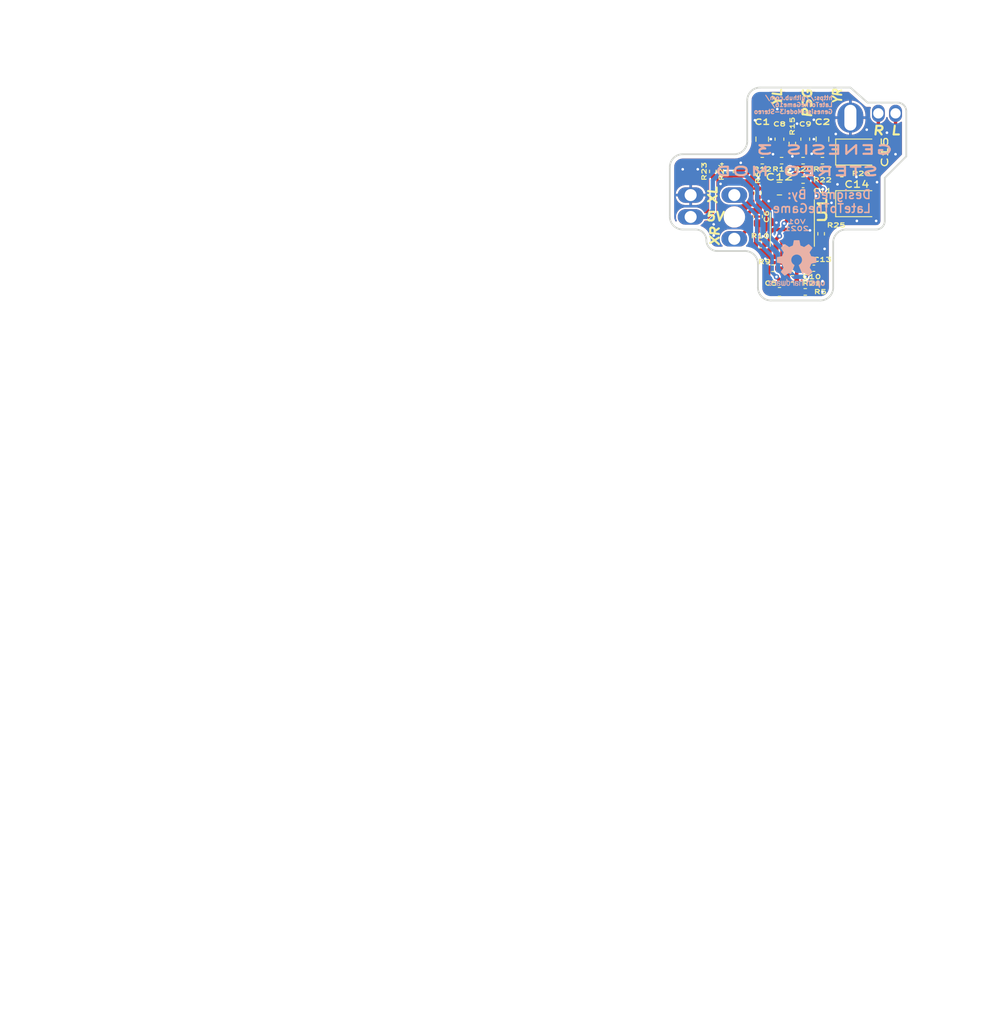
<source format=kicad_pcb>
(kicad_pcb (version 20211014) (generator pcbnew)
  (title_block (title "Audio Bypass Model 3") (date "2019-03-23") (rev "A") (company "Late To The Game") (comment 1 "https://github.com/LateToTheGame16/sega-triple-bypass") (comment 2 "Licensed under CERN OHL v.1.2"))
  (layers (0 "F.Cu" signal) (31 "B.Cu" mixed) (34 "B.Paste" user) (35 "F.Paste" user) (36 "B.SilkS" user "B.Silkscreen") (37 "F.SilkS" user "F.Silkscreen") (38 "B.Mask" user) (39 "F.Mask" user) (44 "Edge.Cuts" user))
  (net 0 "")
  (net 1 "GND")
  (net 2 "/SR")
  (net 3 "/SL")
  (net 4 "+5V")
  (net 5 "/Mega Amp/32X-RIGHT-IN")
  (net 6 "/Mega Amp/32X-LEFT-IN")
  (net 7 "/Mega Amp/YM-L")
  (net 8 "/Mega Amp/YM-R")
  (net 9 "/Mega Amp/L-CH")
  (net 10 "/Mega Amp/R-CH")
  (net 11 "Net-(C5-Pad2)")
  (net 12 "Net-(C6-Pad2)")
  (net 13 "/Mega Amp/2V5")
  (net 14 "Net-(C15-Pad1)")
  (net 15 "Net-(C14-Pad1)")
  (net 16 "Net-(C9-Pad2)")
  (net 17 "Net-(C8-Pad2)")
  (net 18 "/Mega Amp/PSG")
  (net 19 "Net-(C1-Pad2)")
  (net 20 "Net-(C2-Pad2)")
  (net 21 "/Mega Amp/L-OUT")
  (net 22 "/Mega Amp/R-OUT")
  (footprint "Connector_PinHeader_2.54mm:PinHeader_2x03_P2.54mm_Vertical" (layer "F.Cu") (at 120.46 90.5)
    (fp_text reference "P9" hide)
    (fp_text value "TP_50")
    (pad "" np_thru_hole circle (at 2.54 2.54) (size 2 2) (drill 2) (layers *.Cu *.Mask))
    (pad "1" thru_hole oval (at -2.54 0) (size 3 1.8) (drill 1.4) (layers *.Cu *.Mask) (net 1 "GND"))
    (pad "2" thru_hole oval (at 2.54 0) (size 3 1.8) (drill 1.4) (layers *.Cu *.Mask) (net 6 "/Mega Amp/32X-LEFT-IN"))
    (pad "3" thru_hole oval (at -2.54 2.54) (size 3 1.8) (drill 1.4) (layers *.Cu *.Mask) (net 4 "+5V"))
    (pad "6" thru_hole oval (at 2.54 5.08) (size 3 1.8) (drill 1.4) (layers *.Cu *.Mask) (net 5 "/Mega Amp/32X-RIGHT-IN"))
  )
  (footprint "TestPoint:TestPoint_Pad_1.5x1.5mm" (layer "F.Cu") (at 126.25 79.9)
    (fp_text reference "P7" hide)
    (fp_text value "TP_50")
    (pad "1" smd roundrect locked (at 0 0) (size 1.5 2.5) (layers "F.Cu" "F.Mask") (net 7 "/Mega Amp/YM-L"))
  )
  (footprint "TestPoint:TestPoint_Pad_1.5x1.5mm" (layer "F.Cu") (at 133.25 79.9)
    (fp_text reference "P8" hide)
    (fp_text value "TP_50")
    (pad "1" smd roundrect locked (at 0 0) (size 1.5 2.5) (layers "F.Cu" "F.Mask") (net 8 "/Mega Amp/YM-R"))
  )
  (footprint "Resistor_SMD:R_0402_1005Metric" (layer "F.Cu") (at 129.750007 84.500009 -90)
    (fp_text reference "R15" (at -2 0 90) (layer "F.SilkS") (effects (font (size 0.5 0.75) (thickness 0.125))))
    (fp_text value "2K2")
    (pad "1" smd roundrect locked (at -0.51 0 270) (size 0.54 0.64) (layers "F.Cu" "F.Paste" "F.Mask") (net 18 "/Mega Amp/PSG"))
    (pad "2" smd roundrect locked (at 0.51 0 270) (size 0.54 0.64) (layers "F.Cu" "F.Paste" "F.Mask") (net 1 "GND"))
  )
  (footprint "Resistor_SMD:R_0402_1005Metric" (layer "F.Cu") (at 131 86.5)
    (fp_text reference "R20" (at 0 1) (layer "F.SilkS") (effects (font (size 0.5 0.75) (thickness 0.125))))
    (fp_text value "210K")
    (pad "1" smd roundrect locked (at -0.51 0) (size 0.54 0.64) (layers "F.Cu" "F.Paste" "F.Mask") (net 16 "Net-(C9-Pad2)"))
    (pad "2" smd roundrect locked (at 0.51 0) (size 0.54 0.64) (layers "F.Cu" "F.Paste" "F.Mask") (net 10 "/Mega Amp/R-CH"))
  )
  (footprint "Resistor_SMD:R_0402_1005Metric" (layer "F.Cu") (at 128.5 86.5 180)
    (fp_text reference "R19" (at 0 -1) (layer "F.SilkS") (effects (font (size 0.5 0.75) (thickness 0.125))))
    (fp_text value "210K")
    (pad "1" smd roundrect locked (at -0.51 0 180) (size 0.54 0.64) (layers "F.Cu" "F.Paste" "F.Mask") (net 17 "Net-(C8-Pad2)"))
    (pad "2" smd roundrect locked (at 0.51 0 180) (size 0.54 0.64) (layers "F.Cu" "F.Paste" "F.Mask") (net 9 "/Mega Amp/L-CH"))
  )
  (footprint "Resistor_SMD:R_0402_1005Metric" (layer "F.Cu") (at 125.74999 90.25001 90)
    (fp_text reference "R6" (at 1.75 0 90) (layer "F.SilkS") (effects (font (size 0.5 0.75) (thickness 0.125))))
    (fp_text value "75R")
    (pad "1" smd roundrect locked (at -0.51 0 90) (size 0.54 0.64) (layers "F.Cu" "F.Paste" "F.Mask") (net 5 "/Mega Amp/32X-RIGHT-IN"))
    (pad "2" smd roundrect locked (at 0.51 0 90) (size 0.54 0.64) (layers "F.Cu" "F.Paste" "F.Mask") (net 1 "GND"))
  )
  (footprint "Resistor_SMD:R_0402_1005Metric" (layer "F.Cu") (at 126.25 86.5 180)
    (fp_text reference "R12" (at 0 -1) (layer "F.SilkS") (effects (font (size 0.5 0.75) (thickness 0.125))))
    (fp_text value "130K")
    (pad "1" smd roundrect locked (at -0.51 0 180) (size 0.54 0.64) (layers "F.Cu" "F.Paste" "F.Mask") (net 9 "/Mega Amp/L-CH"))
    (pad "2" smd roundrect locked (at 0.51 0 180) (size 0.54 0.64) (layers "F.Cu" "F.Paste" "F.Mask") (net 19 "Net-(C1-Pad2)"))
  )
  (footprint "Resistor_SMD:R_0402_1005Metric" (layer "F.Cu") (at 131.25 101.75)
    (fp_text reference "R5" (at 1.75 0) (layer "F.SilkS") (effects (font (size 0.5 0.75) (thickness 0.125))))
    (fp_text value "75R")
    (pad "1" smd roundrect locked (at -0.51 0) (size 0.54 0.64) (layers "F.Cu" "F.Paste" "F.Mask") (net 6 "/Mega Amp/32X-LEFT-IN"))
    (pad "2" smd roundrect locked (at 0.51 0) (size 0.54 0.64) (layers "F.Cu" "F.Paste" "F.Mask") (net 1 "GND"))
  )
  (footprint "Resistor_SMD:R_0402_1005Metric" (layer "F.Cu") (at 127.5 99)
    (fp_text reference "R9" (at -1 -0.75) (layer "F.SilkS") (effects (font (size 0.5 0.75) (thickness 0.125))))
    (fp_text value "210K")
    (pad "1" smd roundrect locked (at -0.51 0) (size 0.54 0.64) (layers "F.Cu" "F.Paste" "F.Mask") (net 11 "Net-(C5-Pad2)"))
    (pad "2" smd roundrect locked (at 0.51 0) (size 0.54 0.64) (layers "F.Cu" "F.Paste" "F.Mask") (net 9 "/Mega Amp/L-CH"))
  )
  (footprint "Resistor_SMD:R_0402_1005Metric" (layer "F.Cu") (at 133.25 86.5)
    (fp_text reference "R17" (at 0 1) (layer "F.SilkS") (effects (font (size 0.5 0.75) (thickness 0.125))))
    (fp_text value "130K")
    (pad "1" smd roundrect locked (at -0.51 0) (size 0.54 0.64) (layers "F.Cu" "F.Paste" "F.Mask") (net 10 "/Mega Amp/R-CH"))
    (pad "2" smd roundrect locked (at 0.51 0) (size 0.54 0.64) (layers "F.Cu" "F.Paste" "F.Mask") (net 20 "Net-(C2-Pad2)"))
  )
  (footprint "Capacitor_SMD:C_0805_2012Metric" (layer "F.Cu") (at 126.25 84 -90)
    (fp_text reference "C1" (at -2 0) (layer "F.SilkS") (effects (font (size 0.625 0.9375) (thickness 0.15625))))
    (fp_text value "10uF")
    (pad "1" smd roundrect locked (at -0.95 0 270) (size 1 1.45) (layers "F.Cu" "F.Paste" "F.Mask") (net 7 "/Mega Amp/YM-L"))
    (pad "2" smd roundrect locked (at 0.95 0 270) (size 1 1.45) (layers "F.Cu" "F.Paste" "F.Mask") (net 19 "Net-(C1-Pad2)"))
  )
  (footprint "Capacitor_SMD:C_0805_2012Metric" (layer "F.Cu") (at 133.25 84 -90)
    (fp_text reference "C2" (at -2 0) (layer "F.SilkS") (effects (font (size 0.625 0.9375) (thickness 0.15625))))
    (fp_text value "10uF")
    (pad "1" smd roundrect locked (at -0.95 0 270) (size 1 1.45) (layers "F.Cu" "F.Paste" "F.Mask") (net 8 "/Mega Amp/YM-R"))
    (pad "2" smd roundrect locked (at 0.95 0 270) (size 1 1.45) (layers "F.Cu" "F.Paste" "F.Mask") (net 20 "Net-(C2-Pad2)"))
  )
  (footprint "Capacitor_SMD:C_0603_1608Metric" (layer "F.Cu") (at 125.75 93 -90)
    (fp_text reference "C6" (at 0 -1 90) (layer "F.SilkS") (effects (font (size 0.5 0.75) (thickness 0.125))))
    (fp_text value "1uF")
    (pad "1" smd roundrect locked (at -0.775 0 270) (size 0.9 0.95) (layers "F.Cu" "F.Paste" "F.Mask") (net 5 "/Mega Amp/32X-RIGHT-IN"))
    (pad "2" smd roundrect locked (at 0.775 0 270) (size 0.9 0.95) (layers "F.Cu" "F.Paste" "F.Mask") (net 12 "Net-(C6-Pad2)"))
  )
  (footprint "Capacitor_SMD:C_0603_1608Metric" (layer "F.Cu") (at 128.25001 84.00001 -90)
    (fp_text reference "C8" (at -1.75 0 180) (layer "F.SilkS") (effects (font (size 0.5 0.75) (thickness 0.125))))
    (fp_text value "1uF")
    (pad "1" smd roundrect locked (at -0.775 0 270) (size 0.9 0.95) (layers "F.Cu" "F.Paste" "F.Mask") (net 18 "/Mega Amp/PSG"))
    (pad "2" smd roundrect locked (at 0.775 0 270) (size 0.9 0.95) (layers "F.Cu" "F.Paste" "F.Mask") (net 17 "Net-(C8-Pad2)"))
  )
  (footprint "Capacitor_SMD:C_0603_1608Metric" (layer "F.Cu") (at 128.25 101.75 180)
    (fp_text reference "C5" (at 1 1 180) (layer "F.SilkS") (effects (font (size 0.5 0.75) (thickness 0.125))))
    (fp_text value "1uF")
    (pad "1" smd roundrect locked (at -0.775 0 180) (size 0.9 0.95) (layers "F.Cu" "F.Paste" "F.Mask") (net 6 "/Mega Amp/32X-LEFT-IN"))
    (pad "2" smd roundrect locked (at 0.775 0 180) (size 0.9 0.95) (layers "F.Cu" "F.Paste" "F.Mask") (net 11 "Net-(C5-Pad2)"))
  )
  (footprint "Capacitor_SMD:C_0603_1608Metric" (layer "F.Cu") (at 131.25 84 -90)
    (fp_text reference "C9" (at -1.75 0 180) (layer "F.SilkS") (effects (font (size 0.5 0.75) (thickness 0.125))))
    (fp_text value "1uF")
    (pad "1" smd roundrect locked (at -0.775 0 270) (size 0.9 0.95) (layers "F.Cu" "F.Paste" "F.Mask") (net 18 "/Mega Amp/PSG"))
    (pad "2" smd roundrect locked (at 0.775 0 270) (size 0.9 0.95) (layers "F.Cu" "F.Paste" "F.Mask") (net 16 "Net-(C9-Pad2)"))
  )
  (footprint "TestPoint:TestPoint_Pad_1.5x1.5mm" (layer "F.Cu") (at 129.75 79.9)
    (fp_text reference "P13" hide)
    (fp_text value "TP_50")
    (pad "1" smd roundrect locked (at 0 0) (size 1.5 2.5) (layers "F.Cu" "F.Mask") (net 18 "/Mega Amp/PSG"))
  )
  (footprint "Resistor_SMD:R_0402_1005Metric" (layer "F.Cu") (at 131 88.75)
    (fp_text reference "R22" (at 2.25 0) (layer "F.SilkS") (effects (font (size 0.5 0.75) (thickness 0.125))))
    (fp_text value "300K")
    (pad "1" smd roundrect locked (at -0.51 0) (size 0.54 0.64) (layers "F.Cu" "F.Paste" "F.Mask") (net 10 "/Mega Amp/R-CH"))
    (pad "2" smd roundrect locked (at 0.51 0) (size 0.54 0.64) (layers "F.Cu" "F.Paste" "F.Mask") (net 22 "/Mega Amp/R-OUT"))
  )
  (footprint "Resistor_SMD:R_0402_1005Metric" (layer "F.Cu") (at 133.1 95 90)
    (fp_text reference "R25" (at 1 1.75 180) (layer "F.SilkS") (effects (font (size 0.5 0.75) (thickness 0.125))))
    (fp_text value "330R")
    (pad "1" smd roundrect locked (at -0.51 0 90) (size 0.54 0.64) (layers "F.Cu" "F.Paste" "F.Mask") (net 21 "/Mega Amp/L-OUT"))
    (pad "2" smd roundrect locked (at 0.51 0 90) (size 0.54 0.64) (layers "F.Cu" "F.Paste" "F.Mask") (net 15 "Net-(C14-Pad1)"))
  )
  (footprint "Resistor_SMD:R_0402_1005Metric" (layer "F.Cu") (at 122.5 87.75 90)
    (fp_text reference "R24" (at 0 -1 90) (layer "F.SilkS") (effects (font (size 0.5 0.75) (thickness 0.125))))
    (fp_text value "10K")
    (pad "1" smd roundrect locked (at -0.51 0 90) (size 0.54 0.64) (layers "F.Cu" "F.Paste" "F.Mask") (net 13 "/Mega Amp/2V5"))
    (pad "2" smd roundrect locked (at 0.51 0 90) (size 0.54 0.64) (layers "F.Cu" "F.Paste" "F.Mask") (net 1 "GND"))
  )
  (footprint "Resistor_SMD:R_0402_1005Metric" (layer "F.Cu") (at 120.5 87.75 90)
    (fp_text reference "R23" (at 0 -1 90) (layer "F.SilkS") (effects (font (size 0.5 0.75) (thickness 0.125))))
    (fp_text value "10K")
    (pad "1" smd roundrect locked (at -0.51 0 90) (size 0.54 0.64) (layers "F.Cu" "F.Paste" "F.Mask") (net 4 "+5V"))
    (pad "2" smd roundrect locked (at 0.51 0 90) (size 0.54 0.64) (layers "F.Cu" "F.Paste" "F.Mask") (net 13 "/Mega Amp/2V5"))
  )
  (footprint "Capacitor_SMD:C_0402_1005Metric" (layer "F.Cu") (at 131 90)
    (fp_text reference "C11" (at 2.25 0) (layer "F.SilkS") (effects (font (size 0.5 0.75) (thickness 0.125))))
    (fp_text value "150pF")
    (pad "1" smd roundrect locked (at -0.48 0) (size 0.56 0.62) (layers "F.Cu" "F.Paste" "F.Mask") (net 10 "/Mega Amp/R-CH"))
    (pad "2" smd roundrect locked (at 0.48 0) (size 0.56 0.62) (layers "F.Cu" "F.Paste" "F.Mask") (net 22 "/Mega Amp/R-OUT"))
  )
  (footprint "Capacitor_SMD:C_0402_1005Metric" (layer "F.Cu") (at 129.75 99)
    (fp_text reference "C10" (at 2.25 1 180) (layer "F.SilkS") (effects (font (size 0.5 0.75) (thickness 0.125))))
    (fp_text value "150pF")
    (pad "1" smd roundrect locked (at -0.48 0) (size 0.56 0.62) (layers "F.Cu" "F.Paste" "F.Mask") (net 9 "/Mega Amp/L-CH"))
    (pad "2" smd roundrect locked (at 0.48 0) (size 0.56 0.62) (layers "F.Cu" "F.Paste" "F.Mask") (net 21 "/Mega Amp/L-OUT"))
  )
  (footprint "Resistor_SMD:R_0402_1005Metric" (layer "F.Cu") (at 129.75 100.25)
    (fp_text reference "R21" (at 2.25 0.5) (layer "F.SilkS") (effects (font (size 0.5 0.75) (thickness 0.125))))
    (fp_text value "300K")
    (pad "1" smd roundrect locked (at -0.51 0) (size 0.54 0.64) (layers "F.Cu" "F.Paste" "F.Mask") (net 9 "/Mega Amp/L-CH"))
    (pad "2" smd roundrect locked (at 0.51 0) (size 0.54 0.64) (layers "F.Cu" "F.Paste" "F.Mask") (net 21 "/Mega Amp/L-OUT"))
  )
  (footprint "Capacitor_SMD:C_0402_1005Metric" (layer "F.Cu") (at 132.250002 99.000005)
    (fp_text reference "C13" (at 1 -1 180) (layer "F.SilkS") (effects (font (size 0.5 0.75) (thickness 0.125))))
    (fp_text value "0.1uF")
    (pad "1" smd roundrect locked (at -0.48 0) (size 0.56 0.62) (layers "F.Cu" "F.Paste" "F.Mask") (net 4 "+5V"))
    (pad "2" smd roundrect locked (at 0.48 0) (size 0.56 0.62) (layers "F.Cu" "F.Paste" "F.Mask") (net 1 "GND"))
  )
  (footprint "Package_SO:SOIC-8_3.9x4.9mm_P1.27mm" (layer "F.Cu") (at 129.750007 94.499989 -90)
    (fp_text reference "U1" (at -2.25 -3.5 -90) (layer "F.SilkS") (effects (font (size 1 1.5) (thickness 0.25))))
    (fp_text value "TL972IDR")
    (pad "1" smd roundrect locked (at -2.475 -1.905 270) (size 1.95 0.6) (layers "F.Cu" "F.Paste" "F.Mask") (net 22 "/Mega Amp/R-OUT"))
    (pad "2" smd roundrect locked (at -2.475 -0.635 270) (size 1.95 0.6) (layers "F.Cu" "F.Paste" "F.Mask") (net 10 "/Mega Amp/R-CH"))
    (pad "3" smd roundrect locked (at -2.475 0.635 270) (size 1.95 0.6) (layers "F.Cu" "F.Paste" "F.Mask") (net 13 "/Mega Amp/2V5"))
    (pad "4" smd roundrect locked (at -2.475 1.905 270) (size 1.95 0.6) (layers "F.Cu" "F.Paste" "F.Mask") (net 1 "GND"))
    (pad "5" smd roundrect locked (at 2.475 1.905 270) (size 1.95 0.6) (layers "F.Cu" "F.Paste" "F.Mask") (net 13 "/Mega Amp/2V5"))
    (pad "6" smd roundrect locked (at 2.475 0.635 270) (size 1.95 0.6) (layers "F.Cu" "F.Paste" "F.Mask") (net 9 "/Mega Amp/L-CH"))
    (pad "7" smd roundrect locked (at 2.475 -0.635 270) (size 1.95 0.6) (layers "F.Cu" "F.Paste" "F.Mask") (net 21 "/Mega Amp/L-OUT"))
    (pad "8" smd roundrect locked (at 2.475 -1.905 270) (size 1.95 0.6) (layers "F.Cu" "F.Paste" "F.Mask") (net 4 "+5V"))
  )
  (footprint "Capacitor_SMD:C_0805_2012Metric" (layer "F.Cu") (at 128.25001 89.750011)
    (fp_text reference "C12" (at 0 -1.35 180) (layer "F.SilkS") (effects (font (size 0.75 1.125))))
    (fp_text value "10uF")
    (pad "1" smd roundrect locked (at -0.95 0) (size 1 1.45) (layers "F.Cu" "F.Paste" "F.Mask") (net 1 "GND"))
    (pad "2" smd roundrect locked (at 0.95 0) (size 1 1.45) (layers "F.Cu" "F.Paste" "F.Mask") (net 13 "/Mega Amp/2V5"))
  )
  (footprint "Capacitor_Tantalum_SMD:CP_EIA-3528-21_Kemet-B" (layer "F.Cu") (at 137.25 91.5)
    (fp_text reference "C14" (at 0 -2.25 180) (layer "F.SilkS") (effects (font (size 0.75 1))))
    (fp_text value "47uF")
    (pad "1" smd roundrect locked (at -1.5375 0) (size 1.325 2.35) (layers "F.Cu" "F.Paste" "F.Mask") (roundrect_rratio 0.1886792453) (net 15 "Net-(C14-Pad1)"))
    (pad "2" smd roundrect locked (at 1.5375 0) (size 1.325 2.35) (layers "F.Cu" "F.Paste" "F.Mask") (roundrect_rratio 0.1886792453) (net 3 "/SL"))
  )
  (footprint "Resistor_SMD:R_0402_1005Metric" (layer "F.Cu") (at 135.5 88)
    (fp_text reference "R26" (at 2.25 0) (layer "F.SilkS") (effects (font (size 0.5 0.75) (thickness 0.125))))
    (fp_text value "330R")
    (pad "1" smd roundrect locked (at -0.51 0) (size 0.54 0.64) (layers "F.Cu" "F.Paste" "F.Mask") (net 22 "/Mega Amp/R-OUT"))
    (pad "2" smd roundrect locked (at 0.51 0) (size 0.54 0.64) (layers "F.Cu" "F.Paste" "F.Mask") (net 14 "Net-(C15-Pad1)"))
  )
  (footprint "Capacitor_Tantalum_SMD:CP_EIA-3528-21_Kemet-B" (layer "F.Cu") (at 137.249992 85.500007)
    (fp_text reference "C15" (at 3.25 0 270) (layer "F.SilkS") (effects (font (size 0.75 1.25))))
    (fp_text value "47uF")
    (pad "1" smd roundrect locked (at -1.5375 0) (size 1.325 2.35) (layers "F.Cu" "F.Paste" "F.Mask") (roundrect_rratio 0.1886792453) (net 14 "Net-(C15-Pad1)"))
    (pad "2" smd roundrect locked (at 1.5375 0) (size 1.325 2.35) (layers "F.Cu" "F.Paste" "F.Mask") (roundrect_rratio 0.1886792453) (net 2 "/SR"))
  )
  (footprint "Resistor_SMD:R_0402_1005Metric" (layer "F.Cu") (at 126 96.25)
    (fp_text reference "R10" (at 0 -1) (layer "F.SilkS") (effects (font (size 0.5 0.75) (thickness 0.125))))
    (fp_text value "210K")
    (pad "1" smd roundrect locked (at -0.51 0) (size 0.54 0.64) (layers "F.Cu" "F.Paste" "F.Mask") (net 12 "Net-(C6-Pad2)"))
    (pad "2" smd roundrect locked (at 0.51 0) (size 0.54 0.64) (layers "F.Cu" "F.Paste" "F.Mask") (net 10 "/Mega Amp/R-CH"))
  )
  (footprint "footprints:MiniDIN_TCS7913-43" (layer "B.Cu") (at 143.75 70 180)
    (fp_text reference "J1")
    (fp_text value "TCS7913-43")
    (pad "8" thru_hole oval locked (at 2 -11 180) (size 1.5 2) (drill 1.2) (layers *.Cu *.Mask) (net 3 "/SL"))
    (pad "9" thru_hole oval locked (at 4 -11 180) (size 1.5 2) (drill 1.2) (layers *.Cu *.Mask) (net 2 "/SR"))
    (pad "SH" thru_hole oval locked (at 7.25 -11.5 180) (size 3 3.5) (drill oval 1.4 3) (layers *.Cu *.Mask) (net 1 "GND"))
  )
  (footprint "Symbol:OSHW-Logo2_7.3x6mm_SilkScreen" (layer "B.Cu") (at 130.25 98.5 180)
    (fp_text reference "LOGO1" hide)
    (fp_text value "Logo_Open_Hardware_Small" hide)
  )
  (gr_line (start 124.5 84.25) (end 124.5 79.5) (layer "Edge.Cuts") (width 0.2032))
  (gr_arc (start 124.5 79.5) (mid 124.93934 78.43934) (end 126 78) (layer "Edge.Cuts") (width 0.2032))
  (gr_arc (start 124.5 84.25) (mid 124.06066 85.31066) (end 123 85.75) (layer "Edge.Cuts") (width 0.2032))
  (gr_arc (start 115.5 87.25) (mid 115.93934 86.18934) (end 117 85.75) (layer "Edge.Cuts") (width 0.2032))
  (gr_arc (start 117 94.5) (mid 115.93934 94.06066) (end 115.5 93) (layer "Edge.Cuts") (width 0.2032))
  (gr_arc (start 124.25 97) (mid 125.31066 97.43934) (end 125.75 98.5) (layer "Edge.Cuts") (width 0.2032))
  (gr_arc (start 127.25 102.75) (mid 126.18934 102.31066) (end 125.75 101.25) (layer "Edge.Cuts") (width 0.2032))
  (gr_line (start 124.25 97) (end 121 97) (layer "Edge.Cuts") (width 0.2032))
  (gr_line (start 125.75 101.25) (end 125.75 98.5) (layer "Edge.Cuts") (width 0.2032))
  (gr_line (start 127.25 102.75) (end 133 102.75) (layer "Edge.Cuts") (width 0.2032))
  (gr_arc (start 134.5 96) (mid 134.93934 94.93934) (end 136 94.5) (layer "Edge.Cuts") (width 0.2032))
  (gr_arc (start 140.5 93.5) (mid 140.207107 94.207107) (end 139.5 94.5) (layer "Edge.Cuts") (width 0.2032))
  (gr_line (start 139.5 94.5) (end 136 94.5) (layer "Edge.Cuts") (width 0.2032))
  (gr_arc (start 121 97) (mid 120.116117 96.633883) (end 119.75 95.75) (layer "Edge.Cuts") (width 0.2032))
  (gr_arc (start 118.5 94.5) (mid 119.383883 94.866117) (end 119.75 95.75) (layer "Edge.Cuts") (width 0.2032))
  (gr_line (start 117 94.5) (end 118.5 94.5) (layer "Edge.Cuts") (width 0.2032))
  (gr_arc (start 142 79.75) (mid 142.707107 80.042893) (end 143 80.75) (layer "Edge.Cuts") (width 0.2032))
  (gr_line (start 143 86) (end 140.5 88.5) (layer "Edge.Cuts") (width 0.2032))
  (gr_line (start 143 86) (end 143 80.75) (layer "Edge.Cuts") (width 0.2032))
  (gr_line (start 136.5 78) (end 126 78) (layer "Edge.Cuts") (width 0.2032))
  (gr_line (start 140.5 93.5) (end 140.5 88.5) (layer "Edge.Cuts") (width 0.2032))
  (gr_line (start 115.5 87.25) (end 115.5 93) (layer "Edge.Cuts") (width 0.2032))
  (gr_arc (start 134.5 101.25) (mid 134.06066 102.31066) (end 133 102.75) (layer "Edge.Cuts") (width 0.2032))
  (gr_line (start 123 85.75) (end 117 85.75) (layer "Edge.Cuts") (width 0.2032))
  (gr_line (start 138.5 79.75) (end 142 79.75) (layer "Edge.Cuts") (width 0.2032))
  (gr_line (start 134.5 101.25) (end 134.5 96) (layer "Edge.Cuts") (width 0.2032))
  (gr_line (start 138.5 79.75) (end 136.5 78) (layer "Edge.Cuts") (width 0.2032))
  (gr_text "GENESIS 3" (at 133.5 85.25) (layer "B.SilkS") (effects (font (size 1 2) (thickness 0.25)) (justify mirror)))
  (gr_text "V01\n2021" (at 130.25 94) (layer "B.SilkS") (effects (font (size 0.5 0.75) (thickness 0.125)) (justify mirror)))
  (gr_text "STEREO MOD" (at 130.25 87.75) (layer "B.SilkS") (effects (font (size 1 2) (thickness 0.25)) (justify mirror)))
  (gr_text "Designed By:\nLateToTheGame" (at 139 91.25) (layer "B.SilkS") (effects (font (size 1 1) (thickness 0.175)) (justify left mirror)))
  (gr_text "https://github.com/\nLateToTheGame16/\nGenesis-Model3-Stereo" (at 134.5 80) (layer "B.SilkS") (effects (font (size 0.5 0.5) (thickness 0.125)) (justify left mirror)))
  (gr_text "PSG" (at 131.5 78 90) (layer "F.SilkS") (effects (font (size 1 1.125) (thickness 0.25) italic) (justify right)))
  (gr_text "YR" (at 135 78 90) (layer "F.SilkS") (effects (font (size 1 0.9) (thickness 0.225) italic) (justify right)))
  (gr_text "YL" (at 128 78 90) (layer "F.SilkS") (effects (font (size 1 1.125) (thickness 0.25) italic) (justify right)))
  (gr_text "5V" (at 120.75 93) (layer "F.SilkS") (effects (font (size 1 1.125) (thickness 0.25) italic)))
  (gr_text "L" (at 141.75 83) (layer "F.SilkS") (effects (font (size 1 1.25) (thickness 0.25) italic)))
  (gr_text "XL" (at 120.5 90.5 90) (layer "F.SilkS") (effects (font (size 1 1.125) (thickness 0.25) italic)))
  (gr_text "R" (at 139.75 83) (layer "F.SilkS") (effects (font (size 1 1.25) (thickness 0.25) italic)))
  (gr_text "XR" (at 120.75 95.25 90) (layer "F.SilkS") (effects (font (size 1 1.125) (thickness 0.25) italic)))
  (via (at 126.3107 95.3) (size 0.6096) (drill 0.3048) (layers "F.Cu" "B.Cu") (net 1))
  (via (at 125.4 81.8) (size 0.6096) (drill 0.3048) (layers "F.Cu" "B.Cu") (net 1))
  (via (at 140.75 83.25) (size 0.6096) (drill 0.3048) (layers "F.Cu" "B.Cu") (net 1))
  (via (at 137.2 88.4) (size 0.6096) (drill 0.3048) (layers "F.Cu" "B.Cu") (net 1))
  (via (at 127.5 85.75) (size 0.6096) (drill 0.3048) (layers "F.Cu" "B.Cu") (net 1))
  (via (at 132 85.7) (size 0.6096) (drill 0.3048) (layers "F.Cu" "B.Cu") (net 1))
  (via (at 120.6 93.9) (size 0.6096) (drill 0.3048) (layers "F.Cu" "B.Cu") (net 1))
  (via (at 117 87.5) (size 0.6096) (drill 0.3048) (layers "F.Cu" "B.Cu") (net 1))
  (via (at 125.8 88.499998) (size 0.6096) (drill 0.3048) (layers "F.Cu" "B.Cu") (net 1))
  (via (at 131.8 94.6) (size 0.6096) (drill 0.3048) (layers "F.Cu" "B.Cu") (net 1))
  (via (at 137.25 93.5) (size 0.6096) (drill 0.3048) (layers "F.Cu" "B.Cu") (net 1))
  (via (at 133.25 101.75) (size 0.6096) (drill 0.3048) (layers "F.Cu" "B.Cu") (net 1))
  (via (at 123.75 86.75) (size 0.6096) (drill 0.3048) (layers "F.Cu" "B.Cu") (net 1))
  (via (at 134.8 83.4) (size 0.6096) (drill 0.3048) (layers "F.Cu" "B.Cu") (net 1))
  (via (at 135 89.25) (size 0.6096) (drill 0.3048) (layers "F.Cu" "B.Cu") (net 1))
  (via (at 118.75 87.5) (size 0.6096) (drill 0.3048) (layers "F.Cu" "B.Cu") (net 1))
  (via (at 129.75 86) (size 0.6096) (drill 0.3048) (layers "F.Cu" "B.Cu") (net 1))
  (via (at 127.25 84) (size 0.6096) (drill 0.3048) (layers "F.Cu" "B.Cu") (net 1))
  (via (at 128 80.5) (size 0.6096) (drill 0.3048) (layers "F.Cu" "B.Cu") (net 1))
  (via (at 133.5 96.75) (size 0.6096) (drill 0.3048) (layers "F.Cu" "B.Cu") (net 1))
  (via (at 132.5 90.6) (size 0.6096) (drill 0.3048) (layers "F.Cu" "B.Cu") (net 1))
  (via (at 138.4 82.9) (size 0.6096) (drill 0.3048) (layers "F.Cu" "B.Cu") (net 1))
  (via (at 139.6 89) (size 0.6096) (drill 0.3048) (layers "F.Cu" "B.Cu") (net 1))
  (via (at 126.6 97.9) (size 0.6096) (drill 0.3048) (layers "F.Cu" "B.Cu") (net 1))
  (via (at 132.25 84) (size 0.6096) (drill 0.3048) (layers "F.Cu" "B.Cu") (net 1))
  (via (at 130.3 82.2) (size 0.6096) (drill 0.3048) (layers "F.Cu" "B.Cu") (net 1))
  (via (at 127.9 93.7) (size 0.6096) (drill 0.3048) (layers "F.Cu" "B.Cu") (net 1))
  (via (at 132.25 81.75) (size 0.6096) (drill 0.3048) (layers "F.Cu" "B.Cu") (net 1))
  (via (at 120.6 95.2) (size 0.6096) (drill 0.3048) (layers "F.Cu" "B.Cu") (net 1))
  (via (at 134.3 91.4) (size 0.6096) (drill 0.3048) (layers "F.Cu" "B.Cu") (net 1))
  (via (at 121.4 89.2) (size 0.6096) (drill 0.3048) (layers "F.Cu" "B.Cu") (net 1))
  (via (at 141.75 85.75) (size 0.6096) (drill 0.3048) (layers "F.Cu" "B.Cu") (net 1))
  (via (at 127 91.2) (size 0.6096) (drill 0.3048) (layers "F.Cu" "B.Cu") (net 1))
  (via (at 139.5 93.5) (size 0.6096) (drill 0.3048) (layers "F.Cu" "B.Cu") (net 1))
  (via (at 133.25 100.5) (size 0.6096) (drill 0.3048) (layers "F.Cu" "B.Cu") (net 1))
  (segment (start 138.7875 83.7125) (end 138.7875 85.5) (width 0.4064) (layer "F.Cu") (net 2))
  (segment (start 139.75 81) (end 139.75 82.75) (width 0.4064) (layer "F.Cu") (net 2))
  (segment (start 139.75 82.75) (end 138.7875 83.7125) (width 0.4064) (layer "F.Cu") (net 2))
  (segment (start 138.7875 88.4125) (end 138.7875 91.5) (width 0.4064) (layer "F.Cu") (net 3))
  (segment (start 140.75 85.25) (end 140.75 86.45) (width 0.4064) (layer "F.Cu") (net 3))
  (segment (start 140.75 86.45) (end 138.7875 88.4125) (width 0.4064) (layer "F.Cu") (net 3))
  (segment (start 141.75 84.25) (end 140.75 85.25) (width 0.4064) (layer "F.Cu") (net 3))
  (segment (start 141.75 81) (end 141.75 84.25) (width 0.4064) (layer "F.Cu") (net 3))
  (segment (start 131.655 96.975) (end 131.655 98.405) (width 0.4064) (layer "F.Cu") (net 4))
  (segment (start 131.655 98.405) (end 131.77 98.52) (width 0.4064) (layer "F.Cu") (net 4))
  (segment (start 119.96 93.04) (end 117.92 93.04) (width 0.4064) (layer "F.Cu") (net 4))
  (segment (start 120.5 88.26) (end 120.5 92.5) (width 0.4064) (layer "F.Cu") (net 4))
  (segment (start 120.5 92.5) (end 119.96 93.04) (width 0.4064) (layer "F.Cu") (net 4))
  (segment (start 131.77 99) (end 131.77 99.48) (width 0.4064) (layer "F.Cu") (net 4))
  (segment (start 131.77 99.48) (end 131.25 100) (width 0.4064) (layer "F.Cu") (net 4))
  (segment (start 131.77 98.52) (end 131.77 99) (width 0.4064) (layer "F.Cu") (net 4))
  (via (at 131.25 100) (size 0.6096) (drill 0.3048) (layers "F.Cu" "B.Cu") (net 4))
  (segment (start 128.6 96.80221) (end 128.8 97.00221) (width 0.508) (layer "B.Cu") (net 4))
  (segment (start 128.8 97.00221) (end 128.8 98.8) (width 0.508) (layer "B.Cu") (net 4))
  (segment (start 120.5 92.25) (end 120.5 88.8) (width 0.508) (layer "B.Cu") (net 4))
  (segment (start 120.5 88.8) (end 121.3 88) (width 0.508) (layer "B.Cu") (net 4))
  (segment (start 128.8 98.8) (end 130 100) (width 0.508) (layer "B.Cu") (net 4))
  (segment (start 121.3 88) (end 124.1 88) (width 0.508) (layer "B.Cu") (net 4))
  (segment (start 127.1 95.3) (end 128.601105 96.801105) (width 0.508) (layer "B.Cu") (net 4))
  (segment (start 125.65 89.55) (end 125.65 91.05) (width 0.508) (layer "B.Cu") (net 4))
  (segment (start 128.601105 96.801105) (end 128.6 96.80221) (width 0.3048) (layer "B.Cu") (net 4))
  (segment (start 119.71 93.04) (end 120.5 92.25) (width 0.508) (layer "B.Cu") (net 4))
  (segment (start 124.1 88) (end 125.65 89.55) (width 0.508) (layer "B.Cu") (net 4))
  (segment (start 130 100) (end 131.25 100) (width 0.508) (layer "B.Cu") (net 4))
  (segment (start 117.92 93.04) (end 119.71 93.04) (width 0.508) (layer "B.Cu") (net 4))
  (segment (start 125.65 91.05) (end 127.1 92.5) (width 0.508) (layer "B.Cu") (net 4))
  (segment (start 127.1 92.5) (end 127.1 95.3) (width 0.508) (layer "B.Cu") (net 4))
  (segment (start 125.75 92.225) (end 125.025 92.225) (width 0.4064) (layer "F.Cu") (net 5))
  (segment (start 125.75 92.225) (end 125.75 90.76) (width 0.4064) (layer "F.Cu") (net 5))
  (segment (start 124.7 92.55) (end 124.7 94.3) (width 0.4064) (layer "F.Cu") (net 5))
  (segment (start 123.42 95.58) (end 124.7 94.3) (width 0.4064) (layer "F.Cu") (net 5))
  (segment (start 125.025 92.225) (end 124.7 92.55) (width 0.4064) (layer "F.Cu") (net 5))
  (segment (start 127.9 100) (end 128.2 100.3) (width 0.4064) (layer "F.Cu") (net 6))
  (segment (start 128.2 100.9) (end 129.025 101.725) (width 0.4064) (layer "F.Cu") (net 6))
  (segment (start 128.2 100.3) (end 128.2 100.9) (width 0.4064) (layer "F.Cu") (net 6))
  (segment (start 130.74 101.75) (end 129.025 101.75) (width 0.4064) (layer "F.Cu") (net 6))
  (via (at 127.9 100) (size 0.6096) (drill 0.3048) (layers "F.Cu" "B.Cu") (net 6))
  (segment (start 127.4 97.65) (end 125.6 95.85) (width 0.4064) (layer "B.Cu") (net 6))
  (segment (start 127.4 99.5) (end 127.4 97.65) (width 0.4064) (layer "B.Cu") (net 6))
  (segment (start 123.25 90.5) (end 123 90.5) (width 0.4064) (layer "B.Cu") (net 6))
  (segment (start 125.6 92.85) (end 123.25 90.5) (width 0.4064) (layer "B.Cu") (net 6))
  (segment (start 125.6 95.85) (end 125.6 92.85) (width 0.4064) (layer "B.Cu") (net 6))
  (segment (start 127.9 100) (end 127.4 99.5) (width 0.4064) (layer "B.Cu") (net 6))
  (segment (start 126.25 79.9) (end 126.25 83.05) (width 0.4064) (layer "F.Cu") (net 7))
  (segment (start 133.25 83.05) (end 133.25 80) (width 0.4064) (layer "F.Cu") (net 8))
  (segment (start 133.3 92.3) (end 133.3 89.8) (width 0.4064) (layer "F.Cu") (net 9))
  (segment (start 129.115 95.562394) (end 129.388697 95.288697) (width 0.4064) (layer "F.Cu") (net 9))
  (segment (start 127.99 86.5) (end 126.76 86.5) (width 0.4064) (layer "F.Cu") (net 9))
  (segment (start 129.115 96.975) (end 129.115 95.562394) (width 0.4064) (layer "F.Cu") (net 9))
  (segment (start 127.99 86.5) (end 127.99 86.99) (width 0.4064) (layer "F.Cu") (net 9))
  (segment (start 129.388697 95.288697) (end 129.75 95.288697) (width 0.4064) (layer "F.Cu") (net 9))
  (segment (start 129.27 98.54) (end 129.115 98.385) (width 0.4064) (layer "F.Cu") (net 9))
  (segment (start 129.27 99) (end 128.01 99) (width 0.4064) (layer "F.Cu") (net 9))
  (segment (start 129.75 95.288697) (end 131.538697 93.5) (width 0.4064) (layer "F.Cu") (net 9))
  (segment (start 128.5 87.5) (end 129.5 87.5) (width 0.4064) (layer "F.Cu") (net 9))
  (segment (start 129.27 99) (end 129.27 98.54) (width 0.4064) (layer "F.Cu") (net 9))
  (segment (start 133.3 92.4) (end 133.3 92.3) (width 0.3048) (layer "F.Cu") (net 9))
  (segment (start 132.2 93.5) (end 133.3 92.4) (width 0.4064) (layer "F.Cu") (net 9))
  (segment (start 131.538697 93.5) (end 132.2 93.5) (width 0.4064) (layer "F.Cu") (net 9))
  (segment (start 127.99 86.99) (end 128.5 87.5) (width 0.4064) (layer "F.Cu") (net 9))
  (segment (start 129.24 100.25) (end 129.24 99.03) (width 0.4064) (layer "F.Cu") (net 9))
  (segment (start 129.115 96.975) (end 129.115 98.385) (width 0.4064) (layer "F.Cu") (net 9))
  (via (at 133.3 89.8) (size 0.6096) (drill 0.3048) (layers "F.Cu" "B.Cu") (net 9))
  (via (at 129.5 87.5) (size 0.6096) (drill 0.3048) (layers "F.Cu" "B.Cu") (net 9))
  (segment (start 129.5 87.5) (end 131 87.5) (width 0.4064) (layer "B.Cu") (net 9))
  (segment (start 131 87.5) (end 133.3 89.8) (width 0.4064) (layer "B.Cu") (net 9))
  (segment (start 130.49 88.75) (end 130.49 88.26) (width 0.4064) (layer "F.Cu") (net 10))
  (segment (start 126.51 96.25) (end 127.1 95.66) (width 0.4064) (layer "F.Cu") (net 10))
  (segment (start 130.385 93.515) (end 130.385 92.025) (width 0.4064) (layer "F.Cu") (net 10))
  (segment (start 130.49 88.26) (end 131.51 87.24) (width 0.4064) (layer "F.Cu") (net 10))
  (segment (start 130.52 90.48) (end 130.385 90.615) (width 0.4064) (layer "F.Cu") (net 10))
  (segment (start 129.4 94.5) (end 130.385 93.515) (width 0.4064) (layer "F.Cu") (net 10))
  (segment (start 130.52 90) (end 130.52 90.48) (width 0.4064) (layer "F.Cu") (net 10))
  (segment (start 127.1 94.94242) (end 127.54242 94.5) (width 0.4064) (layer "F.Cu") (net 10))
  (segment (start 132.74 86.5) (end 131.51 86.5) (width 0.4064) (layer "F.Cu") (net 10))
  (segment (start 131.51 87.24) (end 131.51 86.5) (width 0.4064) (layer "F.Cu") (net 10))
  (segment (start 127.1 95.66) (end 127.1 94.94242) (width 0.4064) (layer "F.Cu") (net 10))
  (segment (start 130.49 88.75) (end 130.49 89.97) (width 0.4064) (layer "F.Cu") (net 10))
  (segment (start 130.385 92.025) (end 130.385 90.615) (width 0.4064) (layer "F.Cu") (net 10))
  (segment (start 127.54242 94.5) (end 129.4 94.5) (width 0.4064) (layer "F.Cu") (net 10))
  (segment (start 127.475 101.75) (end 126.99 101.265) (width 0.4064) (layer "F.Cu") (net 11))
  (segment (start 126.99 101.265) (end 126.99 99) (width 0.4064) (layer "F.Cu") (net 11))
  (segment (start 125.49 96.25) (end 125.49 95.01) (width 0.4064) (layer "F.Cu") (net 12))
  (segment (start 125.75 93.775) (end 125.75 94.75) (width 0.4064) (layer "F.Cu") (net 12))
  (segment (start 125.49 95.01) (end 125.75 94.75) (width 0.4064) (layer "F.Cu") (net 12))
  (segment (start 124.9 87.6) (end 126.2 87.6) (width 0.4064) (layer "F.Cu") (net 13))
  (segment (start 122.5 88.26) (end 121.76 88.26) (width 0.4064) (layer "F.Cu") (net 13))
  (segment (start 121.5 88) (end 121.5 87.5) (width 0.4064) (layer "F.Cu") (net 13))
  (segment (start 128.75 88.25) (end 129.1875 88.6875) (width 0.4064) (layer "F.Cu") (net 13))
  (segment (start 122.5 88.26) (end 124.24 88.26) (width 0.4064) (layer "F.Cu") (net 13))
  (segment (start 121.5 87.5) (end 121.24 87.24) (width 0.4064) (layer "F.Cu") (net 13))
  (segment (start 124.24 88.26) (end 124.9 87.6) (width 0.4064) (layer "F.Cu") (net 13))
  (segment (start 121.24 87.24) (end 120.5 87.24) (width 0.4064) (layer "F.Cu") (net 13))
  (segment (start 126.85 88.25) (end 128.75 88.25) (width 0.4064) (layer "F.Cu") (net 13))
  (segment (start 129.115 92.025) (end 129.115 89.8225) (width 0.4064) (layer "F.Cu") (net 13))
  (segment (start 126.2 87.6) (end 126.85 88.25) (width 0.4064) (layer "F.Cu") (net 13))
  (segment (start 129.115 92.025) (end 129.115 93.48501) (width 0.4064) (layer "F.Cu") (net 13))
  (segment (start 127.845 95.655) (end 128.25 95.25) (width 0.4064) (layer "F.Cu") (net 13))
  (segment (start 129.115 93.48501) (end 128.800005 93.800005) (width 0.4064) (layer "F.Cu") (net 13))
  (segment (start 121.76 88.26) (end 121.5 88) (width 0.4064) (layer "F.Cu") (net 13))
  (segment (start 127.845 96.975) (end 127.845 95.655) (width 0.4064) (layer "F.Cu") (net 13))
  (segment (start 129.1875 88.6875) (end 129.1875 89.75) (width 0.4064) (layer "F.Cu") (net 13))
  (via (at 128.800005 93.800005) (size 0.6096) (drill 0.3048) (layers "F.Cu" "B.Cu") (net 13))
  (via (at 128.25 95.25) (size 0.6096) (drill 0.3048) (layers "F.Cu" "B.Cu") (net 13))
  (segment (start 128.25 94.75) (end 128.7 94.3) (width 0.4064) (layer "B.Cu") (net 13))
  (segment (start 128.7 94.3) (end 128.7 93.90001) (width 0.4064) (layer "B.Cu") (net 13))
  (segment (start 128.7 93.90001) (end 128.800005 93.800005) (width 0.4064) (layer "B.Cu") (net 13))
  (segment (start 128.25 95.25) (end 128.25 94.75) (width 0.4064) (layer "B.Cu") (net 13))
  (segment (start 136.01 87.24) (end 135.7125 86.9425) (width 0.4064) (layer "F.Cu") (net 14))
  (segment (start 136.01 88) (end 136.01 87.24) (width 0.4064) (layer "F.Cu") (net 14))
  (segment (start 135.7125 86.9425) (end 135.7125 85.5) (width 0.4064) (layer "F.Cu") (net 14))
  (segment (start 133.1 94.49) (end 135.7125 91.8775) (width 0.4064) (layer "F.Cu") (net 15))
  (segment (start 130.49 86.5) (end 130.49 85.81) (width 0.4064) (layer "F.Cu") (net 16))
  (segment (start 130.49 85.81) (end 131.25 85.05) (width 0.4064) (layer "F.Cu") (net 16))
  (segment (start 131.25 85.05) (end 131.25 84.775) (width 0.4064) (layer "F.Cu") (net 16))
  (segment (start 129.01 86.5) (end 129.01 85.7725) (width 0.4064) (layer "F.Cu") (net 17))
  (segment (start 129.01 85.7725) (end 128.25001 85.01251) (width 0.4064) (layer "F.Cu") (net 17))
  (segment (start 128.25001 85.01251) (end 128.25001 84.77501) (width 0.4064) (layer "F.Cu") (net 17))
  (segment (start 131.25 83.225) (end 130.515 83.225) (width 0.4064) (layer "F.Cu") (net 18))
  (segment (start 128.25 83.225) (end 128.25 81.975) (width 0.4064) (layer "F.Cu") (net 18))
  (segment (start 128.985 83.225) (end 129.75 83.99) (width 0.4064) (layer "F.Cu") (net 18))
  (segment (start 128.25 81.975) (end 129.725 80.5) (width 0.4064) (layer "F.Cu") (net 18))
  (segment (start 129.875 80.5) (end 131.25 81.875) (width 0.4064) (layer "F.Cu") (net 18))
  (segment (start 129.75 83.99) (end 130.515 83.225) (width 0.4064) (layer "F.Cu") (net 18))
  (segment (start 128.25 83.225) (end 128.985 83.225) (width 0.4064) (layer "F.Cu") (net 18))
  (segment (start 131.25 81.875) (end 131.25 83.225) (width 0.4064) (layer "F.Cu") (net 18))
  (segment (start 125.74 86.5) (end 125.74 85.46) (width 0.4064) (layer "F.Cu") (net 19))
  (segment (start 125.74 85.46) (end 126.25 84.95) (width 0.4064) (layer "F.Cu") (net 19))
  (segment (start 133.76 85.46) (end 133.25 84.95) (width 0.4064) (layer "F.Cu") (net 20))
  (segment (start 133.76 86.5) (end 133.76 85.46) (width 0.4064) (layer "F.Cu") (net 20))
  (segment (start 130.385 95.715) (end 130.385 96.975) (width 0.4064) (layer "F.Cu") (net 21))
  (segment (start 130.26 100.25) (end 130.26 99.03) (width 0.4064) (layer "F.Cu") (net 21))
  (segment (start 130.385 96.975) (end 130.385 98.285) (width 0.4064) (layer "F.Cu") (net 21))
  (segment (start 130.6 95.5) (end 130.385 95.715) (width 0.4064) (layer "F.Cu") (net 21))
  (segment (start 130.23 98.44) (end 130.385 98.285) (width 0.4064) (layer "F.Cu") (net 21))
  (segment (start 130.23 99) (end 130.23 98.44) (width 0.4064) (layer "F.Cu") (net 21))
  (segment (start 133.09 95.5) (end 130.6 95.5) (width 0.4064) (layer "F.Cu") (net 21))
  (segment (start 131.48 90.48) (end 131.655 90.655) (width 0.4064) (layer "F.Cu") (net 22))
  (segment (start 132.26 88) (end 131.51 88.75) (width 0.4064) (layer "F.Cu") (net 22))
  (segment (start 134.99 88) (end 132.26 88) (width 0.4064) (layer "F.Cu") (net 22))
  (segment (start 131.48 90) (end 131.48 88.78) (width 0.4064) (layer "F.Cu") (net 22))
  (segment (start 131.655 92.025) (end 131.655 90.655) (width 0.4064) (layer "F.Cu") (net 22))
  (segment (start 131.48 90) (end 131.48 90.48) (width 0.4064) (layer "F.Cu") (net 22))
  (zone (net 1) (net_name "GND") (layers F&B.Cu) (connect_pads (clearance 0.2032)) (min_thickness 0.1524) (fill yes (thermal_gap 0.254) (thermal_bridge_width 0.3048))
    (polygon (pts (xy 144 104) (xy 115 104) (xy 115 76) (xy 144 76)))
  )
)
</source>
